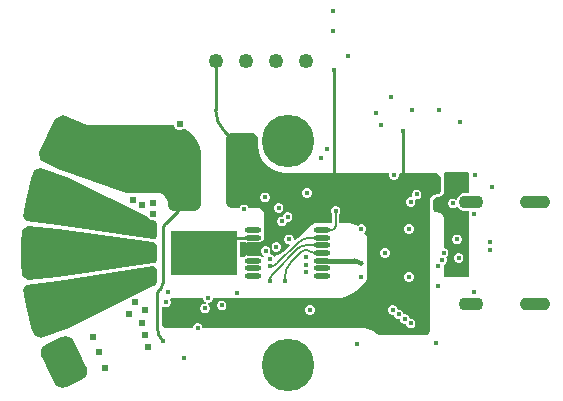
<source format=gbl>
G04*
G04 #@! TF.GenerationSoftware,Altium Limited,Altium Designer,21.5.1 (32)*
G04*
G04 Layer_Physical_Order=4*
G04 Layer_Color=16711680*
%FSLAX25Y25*%
%MOIN*%
G70*
G04*
G04 #@! TF.SameCoordinates,FF93E5F0-650B-4124-AEF6-32342CE94767*
G04*
G04*
G04 #@! TF.FilePolarity,Positive*
G04*
G01*
G75*
%ADD13C,0.00800*%
%ADD14C,0.01000*%
G04:AMPARAMS|DCode=19|XSize=21.26mil|YSize=22.84mil|CornerRadius=5.32mil|HoleSize=0mil|Usage=FLASHONLY|Rotation=270.000|XOffset=0mil|YOffset=0mil|HoleType=Round|Shape=RoundedRectangle|*
%AMROUNDEDRECTD19*
21,1,0.02126,0.01221,0,0,270.0*
21,1,0.01063,0.02284,0,0,270.0*
1,1,0.01063,-0.00610,-0.00532*
1,1,0.01063,-0.00610,0.00532*
1,1,0.01063,0.00610,0.00532*
1,1,0.01063,0.00610,-0.00532*
%
%ADD19ROUNDEDRECTD19*%
G04:AMPARAMS|DCode=40|XSize=157.48mil|YSize=118.11mil|CornerRadius=29.53mil|HoleSize=0mil|Usage=FLASHONLY|Rotation=244.000|XOffset=0mil|YOffset=0mil|HoleType=Round|Shape=RoundedRectangle|*
%AMROUNDEDRECTD40*
21,1,0.15748,0.05906,0,0,244.0*
21,1,0.09843,0.11811,0,0,244.0*
1,1,0.05906,-0.04811,-0.03129*
1,1,0.05906,-0.00497,0.05718*
1,1,0.05906,0.04811,0.03129*
1,1,0.05906,0.00497,-0.05718*
%
%ADD40ROUNDEDRECTD40*%
G04:AMPARAMS|DCode=41|XSize=157.48mil|YSize=118.11mil|CornerRadius=29.53mil|HoleSize=0mil|Usage=FLASHONLY|Rotation=257.000|XOffset=0mil|YOffset=0mil|HoleType=Round|Shape=RoundedRectangle|*
%AMROUNDEDRECTD41*
21,1,0.15748,0.05906,0,0,257.0*
21,1,0.09843,0.11811,0,0,257.0*
1,1,0.05906,-0.03984,-0.04131*
1,1,0.05906,-0.01770,0.05459*
1,1,0.05906,0.03984,0.04131*
1,1,0.05906,0.01770,-0.05459*
%
%ADD41ROUNDEDRECTD41*%
G04:AMPARAMS|DCode=42|XSize=157.48mil|YSize=118.11mil|CornerRadius=29.53mil|HoleSize=0mil|Usage=FLASHONLY|Rotation=270.000|XOffset=0mil|YOffset=0mil|HoleType=Round|Shape=RoundedRectangle|*
%AMROUNDEDRECTD42*
21,1,0.15748,0.05906,0,0,270.0*
21,1,0.09843,0.11811,0,0,270.0*
1,1,0.05906,-0.02953,-0.04921*
1,1,0.05906,-0.02953,0.04921*
1,1,0.05906,0.02953,0.04921*
1,1,0.05906,0.02953,-0.04921*
%
%ADD42ROUNDEDRECTD42*%
G04:AMPARAMS|DCode=43|XSize=157.48mil|YSize=118.11mil|CornerRadius=29.53mil|HoleSize=0mil|Usage=FLASHONLY|Rotation=283.000|XOffset=0mil|YOffset=0mil|HoleType=Round|Shape=RoundedRectangle|*
%AMROUNDEDRECTD43*
21,1,0.15748,0.05906,0,0,283.0*
21,1,0.09843,0.11811,0,0,283.0*
1,1,0.05906,-0.01770,-0.05459*
1,1,0.05906,-0.03984,0.04131*
1,1,0.05906,0.01770,0.05459*
1,1,0.05906,0.03984,-0.04131*
%
%ADD43ROUNDEDRECTD43*%
G04:AMPARAMS|DCode=44|XSize=157.48mil|YSize=118.11mil|CornerRadius=29.53mil|HoleSize=0mil|Usage=FLASHONLY|Rotation=296.000|XOffset=0mil|YOffset=0mil|HoleType=Round|Shape=RoundedRectangle|*
%AMROUNDEDRECTD44*
21,1,0.15748,0.05906,0,0,296.0*
21,1,0.09843,0.11811,0,0,296.0*
1,1,0.05906,-0.00497,-0.05718*
1,1,0.05906,-0.04811,0.03129*
1,1,0.05906,0.00497,0.05718*
1,1,0.05906,0.04811,-0.03129*
%
%ADD44ROUNDEDRECTD44*%
G04:AMPARAMS|DCode=76|XSize=43.31mil|YSize=82.68mil|CornerRadius=21.65mil|HoleSize=0mil|Usage=FLASHONLY|Rotation=90.000|XOffset=0mil|YOffset=0mil|HoleType=Round|Shape=RoundedRectangle|*
%AMROUNDEDRECTD76*
21,1,0.04331,0.03937,0,0,90.0*
21,1,0.00000,0.08268,0,0,90.0*
1,1,0.04331,0.01968,0.00000*
1,1,0.04331,0.01968,0.00000*
1,1,0.04331,-0.01968,0.00000*
1,1,0.04331,-0.01968,0.00000*
%
%ADD76ROUNDEDRECTD76*%
G04:AMPARAMS|DCode=77|XSize=43.31mil|YSize=102.36mil|CornerRadius=21.65mil|HoleSize=0mil|Usage=FLASHONLY|Rotation=90.000|XOffset=0mil|YOffset=0mil|HoleType=Round|Shape=RoundedRectangle|*
%AMROUNDEDRECTD77*
21,1,0.04331,0.05906,0,0,90.0*
21,1,0.00000,0.10236,0,0,90.0*
1,1,0.04331,0.02953,0.00000*
1,1,0.04331,0.02953,0.00000*
1,1,0.04331,-0.02953,0.00000*
1,1,0.04331,-0.02953,0.00000*
%
%ADD77ROUNDEDRECTD77*%
%ADD86R,0.22441X0.14567*%
%ADD87C,0.04921*%
%ADD88C,0.17500*%
%ADD89C,0.01575*%
%ADD90C,0.00787*%
%ADD91C,0.01200*%
%ADD92C,0.02400*%
%ADD93C,0.01600*%
%ADD94O,0.05512X0.01772*%
G36*
X-10867Y39696D02*
X-10305Y39133D01*
X-10026Y38461D01*
X-10000Y38000D01*
Y38000D01*
X-10000D01*
X-10000Y38000D01*
X-10000Y36500D01*
X-9952Y35520D01*
X-9569Y33597D01*
X-8819Y31786D01*
X-7730Y30156D01*
X-6344Y28770D01*
X-4714Y27681D01*
X-2903Y26930D01*
X-980Y26548D01*
X-0Y26500D01*
X33790Y26500D01*
X33913Y26316D01*
Y25684D01*
X34154Y25101D01*
X34601Y24654D01*
X35184Y24413D01*
X35816D01*
X36399Y24654D01*
X36846Y25101D01*
X37087Y25684D01*
Y26000D01*
X37511Y26500D01*
X49000Y26500D01*
X49398Y26500D01*
X50133Y26196D01*
X50696Y25633D01*
X50974Y24961D01*
X51000Y24500D01*
Y24500D01*
X51000D01*
X51000Y24500D01*
X51000Y21000D01*
X51000Y20702D01*
X50772Y20150D01*
X50350Y19728D01*
X49959Y19566D01*
X49500Y19500D01*
X49500Y19500D01*
Y19500D01*
X49500Y19500D01*
X49110Y19462D01*
X49041Y19433D01*
X48389Y19163D01*
X47837Y18611D01*
X47538Y17890D01*
X47500Y17500D01*
Y-25500D01*
Y-25898D01*
X47196Y-26633D01*
X46633Y-27196D01*
X45898Y-27500D01*
X34999D01*
X34500Y-27499D01*
X34000Y-27499D01*
X31414Y-27500D01*
X31078Y-27500D01*
X30418Y-27369D01*
X29797Y-27112D01*
X29366Y-26824D01*
X29000Y-26500D01*
X29000Y-26500D01*
X29000Y-26500D01*
X28627Y-26163D01*
X27793Y-25605D01*
X26865Y-25221D01*
X25881Y-25025D01*
X25379Y-25000D01*
X25379Y-25000D01*
X25379Y-25000D01*
X-28413Y-25000D01*
Y-24684D01*
X-28654Y-24101D01*
X-29101Y-23654D01*
X-29684Y-23413D01*
X-30316D01*
X-30899Y-23654D01*
X-31346Y-24101D01*
X-31587Y-24684D01*
Y-25000D01*
X-40500D01*
X-40799Y-25000D01*
X-41350Y-24772D01*
X-41772Y-24350D01*
X-42000Y-23798D01*
X-42000Y-23500D01*
Y-17952D01*
X-41500Y-17745D01*
X-41399Y-17846D01*
X-40816Y-18087D01*
X-40184D01*
X-39601Y-17846D01*
X-39154Y-17399D01*
X-38913Y-16816D01*
Y-16184D01*
X-39154Y-15601D01*
X-39255Y-15500D01*
X-39048Y-15000D01*
X-28087D01*
Y-15316D01*
X-27846Y-15899D01*
X-27399Y-16346D01*
X-27238Y-16413D01*
X-27337Y-16913D01*
X-27816D01*
X-28399Y-17154D01*
X-28846Y-17601D01*
X-29087Y-18184D01*
Y-18816D01*
X-28846Y-19399D01*
X-28399Y-19846D01*
X-27816Y-20087D01*
X-27184D01*
X-26601Y-19846D01*
X-26154Y-19399D01*
X-25913Y-18816D01*
Y-18184D01*
X-26154Y-17601D01*
X-26601Y-17154D01*
X-26762Y-17087D01*
X-26663Y-16587D01*
X-26184D01*
X-25601Y-16346D01*
X-25154Y-15899D01*
X-24913Y-15316D01*
Y-15000D01*
X-17527D01*
X-17316Y-15087D01*
X-16684D01*
X-16473Y-15000D01*
X16358D01*
X17338Y-14952D01*
X19261Y-14570D01*
X21072Y-13819D01*
X22702Y-12730D01*
X23429Y-12071D01*
X23429Y-12071D01*
X25500Y-10000D01*
X25725Y-9752D01*
X26097Y-9195D01*
X26353Y-8577D01*
X26484Y-7920D01*
X26500Y-7586D01*
X26500Y-7586D01*
X26500Y4000D01*
X26477Y4473D01*
X26292Y5402D01*
X25930Y6276D01*
X25600Y6769D01*
X25889Y7058D01*
X26130Y7641D01*
Y8273D01*
X25889Y8856D01*
X25442Y9303D01*
X24859Y9544D01*
X24227D01*
X23644Y9303D01*
X23358Y9018D01*
X22793Y9395D01*
X21865Y9780D01*
X20881Y9975D01*
X20379Y10000D01*
X20379Y10000D01*
X20379Y10000D01*
X17223Y10000D01*
Y12979D01*
X17346Y13101D01*
X17587Y13684D01*
Y14316D01*
X17346Y14899D01*
X16899Y15346D01*
X16316Y15587D01*
X15684D01*
X15101Y15346D01*
X14654Y14899D01*
X14413Y14316D01*
Y13684D01*
X14654Y13101D01*
X14776Y12979D01*
Y10000D01*
X9500Y10000D01*
X9263Y9988D01*
X8799Y9896D01*
X8362Y9715D01*
X7968Y9452D01*
X7793Y9293D01*
X7793Y9293D01*
X7793Y9293D01*
X7446Y8946D01*
X3686Y5186D01*
X3580Y5130D01*
X2857Y4536D01*
X2587Y4315D01*
X2208Y4433D01*
X2087Y4525D01*
Y4816D01*
X1846Y5399D01*
X1399Y5846D01*
X816Y6087D01*
X184D01*
X-399Y5846D01*
X-846Y5399D01*
X-1087Y4816D01*
Y4184D01*
X-846Y3601D01*
X-399Y3154D01*
X184Y2913D01*
X475D01*
X682Y2413D01*
X-1462Y269D01*
X-2405Y-362D01*
X-4225Y-1116D01*
X-4614Y-1193D01*
X-4654Y-1097D01*
X-5101Y-650D01*
X-5612Y-438D01*
X-5689Y-397D01*
X-5893Y91D01*
X-5779Y366D01*
Y997D01*
X-6021Y1581D01*
X-6468Y2027D01*
X-7051Y2269D01*
X-7682D01*
X-8266Y2027D01*
X-8712Y1581D01*
X-8954Y997D01*
Y366D01*
X-8712Y-218D01*
X-8266Y-664D01*
X-8073Y-744D01*
X-7873Y-1323D01*
X-7884Y-1361D01*
X-7959Y-1473D01*
X-8442Y-1474D01*
X-8529Y-1344D01*
X-9086Y-971D01*
X-9744Y-840D01*
X-13484D01*
X-14142Y-971D01*
X-14700Y-1344D01*
X-14804Y-1500D01*
X-15699D01*
X-15980Y-1384D01*
Y3793D01*
X-14535D01*
X-14142Y3530D01*
X-13484Y3399D01*
X-9744D01*
X-9086Y3530D01*
X-8529Y3903D01*
X-8156Y4460D01*
X-8151Y4487D01*
X-8019Y4805D01*
X-8000Y5000D01*
Y13000D01*
X-8038Y13390D01*
X-8337Y14111D01*
X-8889Y14663D01*
X-9610Y14962D01*
X-10000Y15000D01*
X-12989D01*
X-13154Y15399D01*
X-13601Y15846D01*
X-14184Y16087D01*
X-14816D01*
X-15399Y15846D01*
X-15846Y15399D01*
X-16011Y15000D01*
X-18898D01*
X-19633Y15304D01*
X-20196Y15867D01*
X-20500Y16602D01*
Y17000D01*
Y38000D01*
X-20500Y38398D01*
X-20196Y39133D01*
X-19633Y39696D01*
X-18898Y40000D01*
X-18500Y40000D01*
X-18500Y40000D01*
X-12000Y40000D01*
X-11602Y40000D01*
X-10867Y39696D01*
D02*
G37*
G36*
X59500Y27000D02*
X59500Y27000D01*
X59500D01*
X59956Y26894D01*
X60066Y26848D01*
X60348Y26566D01*
X60500Y26199D01*
X60500Y26000D01*
Y19999D01*
X59303D01*
X58529Y19897D01*
X57808Y19598D01*
X57188Y19123D01*
X56713Y18503D01*
X56489Y17963D01*
X56032Y17818D01*
X55916Y17829D01*
X55899Y17846D01*
X55316Y18087D01*
X54684D01*
X54101Y17846D01*
X53654Y17399D01*
X53413Y16816D01*
Y16184D01*
X53654Y15601D01*
X54101Y15154D01*
X54684Y14913D01*
X55316D01*
X55899Y15154D01*
X56197Y15452D01*
X56399Y15476D01*
X56713Y15438D01*
X56799Y15401D01*
X57188Y14893D01*
X57808Y14418D01*
X58529Y14119D01*
X59303Y14017D01*
X60500D01*
Y13527D01*
X60413Y13316D01*
Y12684D01*
X60500Y12473D01*
X60500D01*
X60500Y12473D01*
X60500Y-7199D01*
X60348Y-7566D01*
X60066Y-7848D01*
X59699Y-8000D01*
X53000D01*
X52801Y-8000D01*
X52434Y-7848D01*
X52152Y-7566D01*
X52000Y-7199D01*
X52000Y-7000D01*
Y-4011D01*
X52399Y-3846D01*
X52846Y-3399D01*
X53087Y-2816D01*
Y-2184D01*
X52955Y-1864D01*
X52899Y-1346D01*
X53346Y-899D01*
X53587Y-316D01*
Y316D01*
X53346Y899D01*
X52899Y1346D01*
X52316Y1587D01*
X52000D01*
X52000Y5399D01*
Y11500D01*
X52000D01*
X52000Y11500D01*
X52000Y11500D01*
X51962Y11890D01*
X51933Y11958D01*
X51663Y12611D01*
X51111Y13163D01*
X50464Y13431D01*
X50390Y13462D01*
X50000Y13500D01*
X49536Y13569D01*
X49150Y13728D01*
X48728Y14150D01*
X48500Y14702D01*
X48500Y16528D01*
X48500Y17000D01*
D01*
X48580Y17491D01*
X48728Y17850D01*
X49150Y18272D01*
X49702Y18500D01*
X50000D01*
Y18500D01*
X50390Y18538D01*
X51111Y18837D01*
X51663Y19389D01*
X51962Y20110D01*
X52000Y20500D01*
X52000Y26000D01*
X52000Y26000D01*
X52108Y26455D01*
X52153Y26566D01*
X52434Y26847D01*
X52801Y26999D01*
X53000Y27000D01*
X59500Y27000D01*
X59500Y27000D01*
D02*
G37*
G36*
X-67000Y42500D02*
X-39000Y42500D01*
X-38015Y42500D01*
X-37990Y42495D01*
X-37696Y41784D01*
X-37133Y41221D01*
X-36398Y40916D01*
X-35602D01*
X-34867Y41221D01*
X-34591Y41497D01*
X-34263Y41362D01*
X-32625Y40268D01*
X-31233Y38875D01*
X-30138Y37237D01*
X-29384Y35417D01*
X-29000Y33485D01*
X-29000Y32500D01*
X-29000D01*
X-29000Y32500D01*
X-29000Y16500D01*
Y16003D01*
X-29381Y15084D01*
X-30084Y14381D01*
X-31003Y14000D01*
X-31500D01*
Y14000D01*
X-37500D01*
X-37997Y14000D01*
X-38916Y14380D01*
X-39619Y15083D01*
X-40000Y16002D01*
X-40000Y16499D01*
X-40000Y16586D01*
X-40016Y16920D01*
X-40147Y17577D01*
X-40403Y18195D01*
X-40775Y18752D01*
X-41000Y19000D01*
X-41248Y19225D01*
X-41805Y19597D01*
X-42423Y19853D01*
X-42925Y19953D01*
X-42954Y19959D01*
X-42954Y19959D01*
X-43080Y19984D01*
X-43414Y20000D01*
X-43414Y20000D01*
X-43414Y20000D01*
X-43905Y20000D01*
X-54000D01*
X-76500Y28000D01*
X-82500Y31000D01*
X-83000Y33500D01*
X-77500Y44500D01*
X-75000Y46000D01*
X-67000Y42500D01*
D02*
G37*
G36*
X-72805Y25069D02*
X-46677Y11849D01*
X-46133Y11304D01*
X-45398Y11000D01*
X-44702D01*
X-44150Y10772D01*
X-43728Y10350D01*
X-43500Y9798D01*
Y9500D01*
Y6000D01*
Y5702D01*
X-43728Y5150D01*
X-44150Y4728D01*
X-44702Y4500D01*
X-45000D01*
X-76426Y9384D01*
X-87344Y10724D01*
X-88134Y12386D01*
X-84644Y27503D01*
X-82260Y28324D01*
X-72805Y25069D01*
D02*
G37*
G36*
X-76578Y8049D02*
X-45000Y3500D01*
X-44702D01*
X-44150Y3272D01*
X-43728Y2850D01*
X-43500Y2298D01*
Y2000D01*
Y-2000D01*
Y-2298D01*
X-43728Y-2850D01*
X-44150Y-3272D01*
X-44702Y-3500D01*
X-45000D01*
X-76578Y-8049D01*
X-86523Y-9094D01*
X-88661Y-7757D01*
Y7757D01*
X-86523Y9094D01*
X-76578Y8049D01*
D02*
G37*
G36*
X-44150Y-4728D02*
X-43728Y-5150D01*
X-43500Y-5702D01*
Y-6000D01*
Y-9500D01*
Y-9798D01*
X-43728Y-10350D01*
X-44150Y-10772D01*
X-44702Y-11000D01*
X-45000D01*
X-72805Y-25069D01*
X-82260Y-28324D01*
X-84644Y-27503D01*
X-88134Y-12386D01*
X-87344Y-10724D01*
X-76426Y-9384D01*
X-45000Y-4500D01*
X-44702D01*
X-44150Y-4728D01*
D02*
G37*
%LPC*%
G36*
X6816Y21587D02*
X6184D01*
X5601Y21346D01*
X5154Y20899D01*
X4913Y20316D01*
Y19684D01*
X5154Y19101D01*
X5601Y18654D01*
X6184Y18413D01*
X6816D01*
X7399Y18654D01*
X7846Y19101D01*
X8087Y19684D01*
Y20316D01*
X7846Y20899D01*
X7399Y21346D01*
X6816Y21587D01*
D02*
G37*
G36*
X-7184Y20087D02*
X-7816D01*
X-8399Y19846D01*
X-8846Y19399D01*
X-9087Y18816D01*
Y18184D01*
X-8846Y17601D01*
X-8399Y17154D01*
X-7816Y16913D01*
X-7184D01*
X-6601Y17154D01*
X-6154Y17601D01*
X-5913Y18184D01*
Y18816D01*
X-6154Y19399D01*
X-6601Y19846D01*
X-7184Y20087D01*
D02*
G37*
G36*
X43316Y21087D02*
X42684D01*
X42101Y20846D01*
X41654Y20399D01*
X41413Y19816D01*
Y19184D01*
X41469Y19049D01*
X41444Y18974D01*
X41119Y18587D01*
X40684D01*
X40101Y18346D01*
X39654Y17899D01*
X39413Y17316D01*
Y16684D01*
X39654Y16101D01*
X40101Y15654D01*
X40684Y15413D01*
X41316D01*
X41899Y15654D01*
X42346Y16101D01*
X42587Y16684D01*
Y17316D01*
X42531Y17451D01*
X42556Y17526D01*
X42881Y17913D01*
X43316D01*
X43899Y18154D01*
X44346Y18601D01*
X44587Y19184D01*
Y19816D01*
X44346Y20399D01*
X43899Y20846D01*
X43316Y21087D01*
D02*
G37*
G36*
X-2684Y16587D02*
X-3316D01*
X-3899Y16346D01*
X-4346Y15899D01*
X-4587Y15316D01*
Y14684D01*
X-4346Y14101D01*
X-3899Y13654D01*
X-3316Y13413D01*
X-2684D01*
X-2101Y13654D01*
X-1654Y14101D01*
X-1413Y14684D01*
Y15316D01*
X-1654Y15899D01*
X-2101Y16346D01*
X-2684Y16587D01*
D02*
G37*
G36*
X316Y13587D02*
X-316D01*
X-899Y13346D01*
X-1346Y12899D01*
X-1491Y12549D01*
X-1684Y12087D01*
X-2316D01*
X-2899Y11846D01*
X-3346Y11399D01*
X-3587Y10816D01*
Y10184D01*
X-3346Y9601D01*
X-2899Y9154D01*
X-2316Y8913D01*
X-1684D01*
X-1101Y9154D01*
X-654Y9601D01*
X-509Y9951D01*
X-316Y10413D01*
X316D01*
X899Y10654D01*
X1346Y11101D01*
X1587Y11684D01*
Y12316D01*
X1346Y12899D01*
X899Y13346D01*
X316Y13587D01*
D02*
G37*
G36*
X40816Y9587D02*
X40184D01*
X39601Y9346D01*
X39154Y8899D01*
X38913Y8316D01*
Y7684D01*
X39154Y7101D01*
X39601Y6654D01*
X40184Y6413D01*
X40816D01*
X41399Y6654D01*
X41846Y7101D01*
X42087Y7684D01*
Y8316D01*
X41846Y8899D01*
X41399Y9346D01*
X40816Y9587D01*
D02*
G37*
G36*
X-3445Y3515D02*
X-4076D01*
X-4660Y3273D01*
X-5106Y2827D01*
X-5348Y2243D01*
Y1612D01*
X-5106Y1028D01*
X-4660Y582D01*
X-4076Y340D01*
X-3445D01*
X-2861Y582D01*
X-2415Y1028D01*
X-2173Y1612D01*
Y2243D01*
X-2415Y2827D01*
X-2861Y3273D01*
X-3445Y3515D01*
D02*
G37*
G36*
X32816Y1587D02*
X32184D01*
X31601Y1346D01*
X31154Y899D01*
X30913Y316D01*
Y-316D01*
X31154Y-899D01*
X31601Y-1346D01*
X32184Y-1587D01*
X32816D01*
X33399Y-1346D01*
X33846Y-899D01*
X34087Y-316D01*
Y316D01*
X33846Y899D01*
X33399Y1346D01*
X32816Y1587D01*
D02*
G37*
G36*
X40816Y-6413D02*
X40184D01*
X39601Y-6654D01*
X39154Y-7101D01*
X38913Y-7684D01*
Y-8316D01*
X39154Y-8899D01*
X39601Y-9346D01*
X40184Y-9587D01*
X40816D01*
X41399Y-9346D01*
X41846Y-8899D01*
X42087Y-8316D01*
Y-7684D01*
X41846Y-7101D01*
X41399Y-6654D01*
X40816Y-6413D01*
D02*
G37*
G36*
X-21684Y-15913D02*
X-22316D01*
X-22899Y-16154D01*
X-23346Y-16601D01*
X-23587Y-17184D01*
Y-17816D01*
X-23346Y-18399D01*
X-22899Y-18846D01*
X-22316Y-19087D01*
X-21684D01*
X-21101Y-18846D01*
X-20654Y-18399D01*
X-20413Y-17816D01*
Y-17184D01*
X-20654Y-16601D01*
X-21101Y-16154D01*
X-21684Y-15913D01*
D02*
G37*
G36*
X7816Y-17413D02*
X7184D01*
X6601Y-17654D01*
X6154Y-18101D01*
X5913Y-18684D01*
Y-19316D01*
X6154Y-19899D01*
X6601Y-20346D01*
X7184Y-20587D01*
X7816D01*
X8399Y-20346D01*
X8846Y-19899D01*
X9087Y-19316D01*
Y-18684D01*
X8846Y-18101D01*
X8399Y-17654D01*
X7816Y-17413D01*
D02*
G37*
G36*
X35316D02*
X34684D01*
X34101Y-17654D01*
X33654Y-18101D01*
X33413Y-18684D01*
Y-19316D01*
X33654Y-19899D01*
X34101Y-20346D01*
X34684Y-20587D01*
X35316D01*
X35509Y-21048D01*
X35654Y-21399D01*
X36101Y-21846D01*
X36684Y-22087D01*
X37316D01*
X37509Y-22548D01*
X37654Y-22899D01*
X38101Y-23346D01*
X38684Y-23587D01*
X39316D01*
X39509Y-24048D01*
X39654Y-24399D01*
X40101Y-24846D01*
X40684Y-25087D01*
X41316D01*
X41899Y-24846D01*
X42346Y-24399D01*
X42587Y-23816D01*
Y-23184D01*
X42346Y-22601D01*
X41899Y-22154D01*
X41316Y-21913D01*
X40684D01*
X40491Y-21452D01*
X40346Y-21101D01*
X39899Y-20654D01*
X39316Y-20413D01*
X38684D01*
X38491Y-19951D01*
X38346Y-19601D01*
X37899Y-19154D01*
X37316Y-18913D01*
X36684D01*
X36491Y-18451D01*
X36346Y-18101D01*
X35899Y-17654D01*
X35316Y-17413D01*
D02*
G37*
G36*
X56816Y6087D02*
X56184D01*
X55601Y5846D01*
X55154Y5399D01*
X54913Y4816D01*
Y4184D01*
X55154Y3601D01*
X55601Y3154D01*
X56184Y2913D01*
X56816D01*
X57399Y3154D01*
X57846Y3601D01*
X58087Y4184D01*
Y4816D01*
X57846Y5399D01*
X57399Y5846D01*
X56816Y6087D01*
D02*
G37*
G36*
X57316Y-38D02*
X56684D01*
X56101Y-280D01*
X55654Y-726D01*
X55413Y-1309D01*
Y-1941D01*
X55654Y-2524D01*
X56101Y-2971D01*
X56684Y-3213D01*
X57316D01*
X57899Y-2971D01*
X58346Y-2524D01*
X58587Y-1941D01*
Y-1309D01*
X58346Y-726D01*
X57899Y-280D01*
X57316Y-38D01*
D02*
G37*
%LPD*%
D13*
X7500Y500D02*
G03*
X8707Y0I1207J1207D01*
G01*
X7500Y500D02*
G03*
X6293Y1000I-1207J-1207D01*
G01*
X6057Y2559D02*
G03*
X3500Y1500I0J-3616D01*
G01*
X6000Y1000D02*
G03*
X4293Y293I0J-2414D01*
G01*
X-6000Y-4500D02*
G03*
X-3442Y-3442I-0J3621D01*
G01*
X3354Y3354D02*
G03*
X3353Y3353I4259J-4261D01*
G01*
X-3442Y-3442D02*
G03*
X-3439Y-3439I-2558J2563D01*
G01*
X7614Y5118D02*
G03*
X3354Y3354I0J-6025D01*
G01*
X1460Y-2540D02*
G03*
X-1000Y-8479I5939J-5939D01*
G01*
X-4940Y-6940D02*
G03*
X-6000Y-9500I2562J-2560D01*
G01*
X14677Y7677D02*
G03*
X16000Y9000I0J1323D01*
G01*
X7614Y5118D02*
X11614D01*
X6057Y2559D02*
X11614D01*
X8707Y0D02*
X11614D01*
X6000Y1000D02*
X6293D01*
X-4940Y-6940D02*
X3500Y1500D01*
X-3439Y-3439D02*
X3353Y3353D01*
X1460Y-2540D02*
X4293Y293D01*
X-1000Y-9500D02*
Y-8479D01*
X11614Y7677D02*
X14677D01*
X16000Y9000D02*
Y14000D01*
D14*
X-42500Y-12000D02*
G03*
X-43500Y-14414I2414J-2414D01*
G01*
Y-24672D02*
G03*
X-41500Y-29500I6828J0D01*
G01*
X-42207Y-11707D02*
G03*
X-41500Y-10000I-1707J1707D01*
G01*
X-40442Y10058D02*
G03*
X-41500Y7500I2563J-2558D01*
G01*
X-36646Y13854D02*
G03*
X-36083Y15213I-1359J1359D01*
G01*
X-24000Y47642D02*
G03*
X-21071Y40571I10000J0D01*
G01*
X-17764Y5118D02*
X-11614D01*
X-17764Y2461D02*
Y5118D01*
X38500Y26500D02*
Y40500D01*
X15500Y26500D02*
Y61000D01*
X-43500Y-24672D02*
Y-14414D01*
X-42500Y-12000D02*
X-42207Y-11707D01*
X-41500Y-10000D02*
Y7500D01*
X-40442Y10058D02*
X-36646Y13854D01*
X-21071Y40571D02*
X-18500Y38000D01*
X-24000Y47642D02*
Y64000D01*
D19*
X-14965Y0D02*
D03*
X-18035D02*
D03*
D40*
X-74600Y36385D02*
D03*
D41*
X-80873Y18671D02*
D03*
D42*
X-83000Y0D02*
D03*
D43*
X-80873Y-18671D02*
D03*
D44*
X-74600Y-36385D02*
D03*
D76*
X61272Y-17008D02*
D03*
Y17008D02*
D03*
D77*
X82374Y-17008D02*
D03*
Y17008D02*
D03*
D86*
X-28000Y0D02*
D03*
D87*
X-24000Y64000D02*
D03*
X-14000D02*
D03*
X-4000D02*
D03*
X6000D02*
D03*
D88*
X0Y-37402D02*
D03*
Y37402D02*
D03*
D89*
X28000Y22000D02*
D03*
X62000Y-13000D02*
D03*
Y13000D02*
D03*
X67500Y1000D02*
D03*
X56500Y4500D02*
D03*
Y8500D02*
D03*
X6000Y-6500D02*
D03*
Y-4000D02*
D03*
X-3000Y15000D02*
D03*
X-2000Y10500D02*
D03*
X500Y4500D02*
D03*
X-6000Y-4500D02*
D03*
X24500Y-3500D02*
D03*
X35000Y-19000D02*
D03*
X39000Y-22000D02*
D03*
X37000Y-20500D02*
D03*
X-6000Y-9500D02*
D03*
X-1000D02*
D03*
X55000Y16500D02*
D03*
X67500Y3500D02*
D03*
X57000Y-6000D02*
D03*
X57000Y-1625D02*
D03*
X52000Y0D02*
D03*
X57500Y43500D02*
D03*
X43000Y19500D02*
D03*
X41000Y17000D02*
D03*
X29500Y46500D02*
D03*
X31000Y42500D02*
D03*
X20000Y65500D02*
D03*
X-40000Y-13000D02*
D03*
X-41500Y-29500D02*
D03*
X6000Y-1500D02*
D03*
X3500Y-18000D02*
D03*
X-40500Y-20000D02*
D03*
X16000Y14000D02*
D03*
X49500Y21000D02*
D03*
X25000Y-20000D02*
D03*
X-10500Y-23000D02*
D03*
X-17000Y-13500D02*
D03*
X7500Y-19000D02*
D03*
X50000Y-11000D02*
D03*
X41000Y-23500D02*
D03*
X-22000Y-17500D02*
D03*
X-6000Y-1996D02*
D03*
X-7367Y682D02*
D03*
X-3760Y1928D02*
D03*
X-27500Y-18500D02*
D03*
X-26500Y-15000D02*
D03*
X50000Y-4500D02*
D03*
X51500Y-2500D02*
D03*
X-40500Y-16500D02*
D03*
X0Y12000D02*
D03*
X-14500Y14500D02*
D03*
X-7500Y18500D02*
D03*
X6500Y20000D02*
D03*
X41500Y47500D02*
D03*
X50500D02*
D03*
X34500Y52000D02*
D03*
X38500Y40500D02*
D03*
X15500Y61000D02*
D03*
X24543Y7957D02*
D03*
X40500Y8000D02*
D03*
X32500Y0D02*
D03*
X40500Y-8000D02*
D03*
X24500D02*
D03*
X49500Y-30000D02*
D03*
X-34500Y-35000D02*
D03*
X-30000Y-25000D02*
D03*
X11000Y31500D02*
D03*
X13000Y34500D02*
D03*
X15000Y74000D02*
D03*
X35500Y26000D02*
D03*
X15000Y80500D02*
D03*
X68000Y22000D02*
D03*
X62500Y26000D02*
D03*
X23000Y-30500D02*
D03*
D90*
X-17764Y2461D02*
D03*
X-33315D02*
D03*
X-28000D02*
D03*
X-22685D02*
D03*
Y6299D02*
D03*
X-28000D02*
D03*
X-33315D02*
D03*
X-38236Y-2461D02*
D03*
Y2461D02*
D03*
X-33315Y-2461D02*
D03*
X-28000D02*
D03*
X-22685D02*
D03*
X-17764D02*
D03*
X-22685Y-6299D02*
D03*
X-28000D02*
D03*
X-33315D02*
D03*
D91*
X-76326Y32846D02*
D03*
X-72874Y39923D02*
D03*
X-74600Y36385D02*
D03*
X-79864Y34572D02*
D03*
X-76413Y41649D02*
D03*
X-78139Y38111D02*
D03*
X-72787Y31120D02*
D03*
X-69336Y38197D02*
D03*
X-71061Y34659D02*
D03*
X-81758Y14835D02*
D03*
X-79987Y22507D02*
D03*
X-80873Y18671D02*
D03*
X-85594Y15721D02*
D03*
X-83823Y23393D02*
D03*
X-84709Y19557D02*
D03*
X-77922Y13949D02*
D03*
X-76151Y21621D02*
D03*
X-77037Y17785D02*
D03*
X-83000Y-3937D02*
D03*
Y3937D02*
D03*
Y0D02*
D03*
X-86937Y-3937D02*
D03*
Y3937D02*
D03*
Y0D02*
D03*
X-79063Y-3937D02*
D03*
Y3937D02*
D03*
Y0D02*
D03*
X-79987Y-22507D02*
D03*
X-81758Y-14835D02*
D03*
X-80873Y-18671D02*
D03*
X-83823Y-23393D02*
D03*
X-85594Y-15721D02*
D03*
X-84709Y-19557D02*
D03*
X-76151Y-21621D02*
D03*
X-77922Y-13949D02*
D03*
X-77037Y-17785D02*
D03*
X-72874Y-39923D02*
D03*
X-76326Y-32846D02*
D03*
X-74600Y-36385D02*
D03*
X-76413Y-41649D02*
D03*
X-79864Y-34572D02*
D03*
X-78139Y-38111D02*
D03*
X-69336Y-38197D02*
D03*
X-72787Y-31120D02*
D03*
X-71061Y-34659D02*
D03*
D92*
X-45000Y-6000D02*
D03*
Y2000D02*
D03*
Y-2000D02*
D03*
Y6000D02*
D03*
Y9500D02*
D03*
X55000Y25500D02*
D03*
X59000D02*
D03*
X-12000Y38000D02*
D03*
X-37500Y21500D02*
D03*
X-45000Y-9500D02*
D03*
Y13000D02*
D03*
Y16500D02*
D03*
X-53000Y-20500D02*
D03*
X-47500Y-19000D02*
D03*
X-51000Y-16500D02*
D03*
X-48500Y-23500D02*
D03*
X-47500Y-27500D02*
D03*
X-46500Y-31500D02*
D03*
X-65000Y-28000D02*
D03*
X-63000Y-33000D02*
D03*
X-61000Y-38500D02*
D03*
X-50500Y39500D02*
D03*
X-60500Y40000D02*
D03*
X-64000Y31500D02*
D03*
X-37500Y25000D02*
D03*
Y28500D02*
D03*
X-46000Y30500D02*
D03*
X-46500Y36000D02*
D03*
X-62000Y35500D02*
D03*
X-65500Y27000D02*
D03*
X-47500Y26500D02*
D03*
X-48500Y16000D02*
D03*
X-51500Y17500D02*
D03*
X-36000Y42917D02*
D03*
Y32083D02*
D03*
X-18500Y38000D02*
D03*
D93*
X24500Y-3500D02*
G03*
X22228Y-2559I-2272J-2272D01*
G01*
X11614D02*
X22228D01*
D94*
X11614Y7677D02*
D03*
Y5118D02*
D03*
Y2559D02*
D03*
Y0D02*
D03*
Y-2559D02*
D03*
Y-5118D02*
D03*
Y-7677D02*
D03*
X-11614Y7677D02*
D03*
Y5118D02*
D03*
Y2559D02*
D03*
Y0D02*
D03*
Y-2559D02*
D03*
Y-5118D02*
D03*
Y-7677D02*
D03*
M02*

</source>
